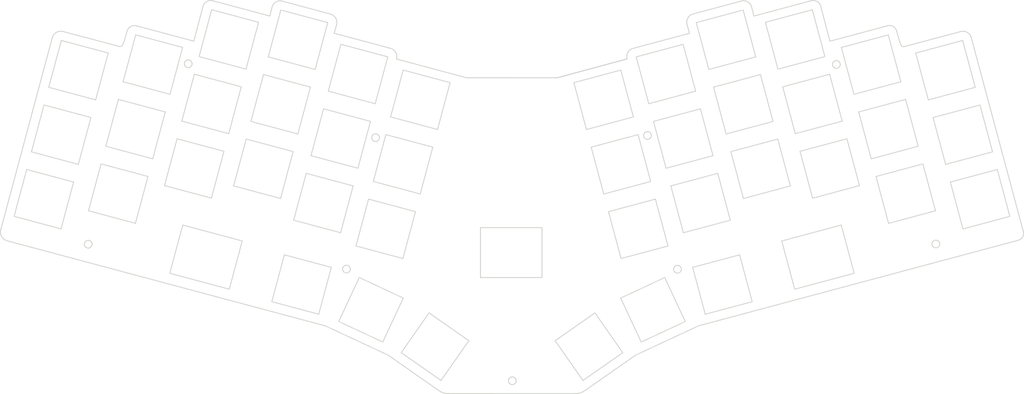
<source format=kicad_pcb>
(kicad_pcb (version 20171130) (host pcbnew "(5.1.10)-1")

  (general
    (thickness 1.6)
    (drawings 296)
    (tracks 0)
    (zones 0)
    (modules 0)
    (nets 1)
  )

  (page A4)
  (layers
    (0 F.Cu signal)
    (31 B.Cu signal)
    (32 B.Adhes user)
    (33 F.Adhes user)
    (34 B.Paste user)
    (35 F.Paste user)
    (36 B.SilkS user)
    (37 F.SilkS user)
    (38 B.Mask user)
    (39 F.Mask user)
    (40 Dwgs.User user)
    (41 Cmts.User user)
    (42 Eco1.User user)
    (43 Eco2.User user)
    (44 Edge.Cuts user)
    (45 Margin user)
    (46 B.CrtYd user)
    (47 F.CrtYd user)
    (48 B.Fab user)
    (49 F.Fab user)
  )

  (setup
    (last_trace_width 0.254)
    (trace_clearance 0.2)
    (zone_clearance 0.508)
    (zone_45_only no)
    (trace_min 0.2)
    (via_size 0.8)
    (via_drill 0.4)
    (via_min_size 0.4)
    (via_min_drill 0.3)
    (uvia_size 0.3)
    (uvia_drill 0.1)
    (uvias_allowed no)
    (uvia_min_size 0.2)
    (uvia_min_drill 0.1)
    (edge_width 0.05)
    (segment_width 0.2)
    (pcb_text_width 0.3)
    (pcb_text_size 1.5 1.5)
    (mod_edge_width 0.12)
    (mod_text_size 1 1)
    (mod_text_width 0.15)
    (pad_size 1.524 1.524)
    (pad_drill 0.762)
    (pad_to_mask_clearance 0)
    (aux_axis_origin 0 0)
    (visible_elements 7FFFFFFF)
    (pcbplotparams
      (layerselection 0x010fc_ffffffff)
      (usegerberextensions false)
      (usegerberattributes true)
      (usegerberadvancedattributes true)
      (creategerberjobfile true)
      (excludeedgelayer true)
      (linewidth 0.100000)
      (plotframeref false)
      (viasonmask false)
      (mode 1)
      (useauxorigin false)
      (hpglpennumber 1)
      (hpglpenspeed 20)
      (hpglpendiameter 15.000000)
      (psnegative false)
      (psa4output false)
      (plotreference true)
      (plotvalue true)
      (plotinvisibletext false)
      (padsonsilk false)
      (subtractmaskfromsilk false)
      (outputformat 1)
      (mirror false)
      (drillshape 0)
      (scaleselection 1)
      (outputdirectory "gerbers/"))
  )

  (net 0 "")

  (net_class Default "This is the default net class."
    (clearance 0.2)
    (trace_width 0.254)
    (via_dia 0.8)
    (via_drill 0.4)
    (uvia_dia 0.3)
    (uvia_drill 0.1)
  )

  (net_class Power ""
    (clearance 0.2)
    (trace_width 0.381)
    (via_dia 0.8)
    (via_drill 0.4)
    (uvia_dia 0.3)
    (uvia_drill 0.1)
  )

  (gr_line (start 236.898894 51.581633) (end 239.526245 61.54254) (layer Edge.Cuts) (width 0.25))
  (gr_line (start 200.666247 53.786851) (end 214.381431 50.111925) (layer Edge.Cuts) (width 0.25))
  (gr_line (start 181.898723 66.57936) (end 181.898723 66.579358) (layer Edge.Cuts) (width 0.25))
  (gr_line (start 162.053703 71.94892) (end 181.898723 66.57936) (layer Edge.Cuts) (width 0.25))
  (gr_curve (pts (xy 268.613328 118.81841) (xy 268.443183 119.22918) (xy 268.537232 119.701996) (xy 268.85162 120.016385)) (layer Edge.Cuts) (width 0.25))
  (gr_curve (pts (xy 240.343388 67.748434) (xy 240.173242 68.159203) (xy 240.267291 68.632019) (xy 240.58168 68.946408)) (layer Edge.Cuts) (width 0.25))
  (gr_curve (pts (xy 234.216334 50.025857) (xy 234.778417 49.875249) (xy 235.377337 49.954695) (xy 235.880716 50.246634)) (layer Edge.Cuts) (width 0.25))
  (gr_curve (pts (xy 181.898723 66.579358) (xy 181.723049 65.957124) (xy 181.804029 65.290445) (xy 182.123559 64.728363)) (layer Edge.Cuts) (width 0.25))
  (gr_line (start 136.254923 71.94384) (end 162.053703 71.94892) (layer Edge.Cuts) (width 0.25))
  (gr_curve (pts (xy 169.906478 160.938979) (xy 169.111872 161.495359) (xy 168.165314 161.793768) (xy 167.195285 161.793702)) (layer Edge.Cuts) (width 0.25))
  (gr_line (start 279.675868 60.513469) (end 294.481096 115.723642) (layer Edge.Cuts) (width 0.25))
  (gr_curve (pts (xy 276.708614 58.797753) (xy 278.001619 58.453367) (xy 279.329291 59.22105) (xy 279.675868 60.513469)) (layer Edge.Cuts) (width 0.25))
  (gr_curve (pts (xy 216.169283 50.350296) (xy 216.709706 50.664683) (xy 217.102375 51.181679) (xy 217.260219 51.786643)) (layer Edge.Cuts) (width 0.25))
  (gr_curve (pts (xy 268.85162 120.016385) (xy 269.166009 120.330774) (xy 269.638826 120.424823) (xy 270.049596 120.254677)) (layer Edge.Cuts) (width 0.25))
  (gr_curve (pts (xy 182.123559 64.728363) (xy 182.443089 64.166281) (xy 182.97452 63.755672) (xy 183.599047 63.588332)) (layer Edge.Cuts) (width 0.25))
  (gr_curve (pts (xy 150.378419 158.139183) (xy 150.378419 157.847638) (xy 150.262604 157.568035) (xy 150.05645 157.361881)) (layer Edge.Cuts) (width 0.25))
  (gr_curve (pts (xy 269.628923 118.139812) (xy 269.184309 118.139812) (xy 268.783475 118.407641) (xy 268.613328 118.81841)) (layer Edge.Cuts) (width 0.25))
  (gr_line (start 184.291403 150.866724) (end 169.906478 160.938979) (layer Edge.Cuts) (width 0.25))
  (gr_curve (pts (xy 293.072259 118.164498) (xy 253.106424 128.874957) (xy 252.327068 129.083107) (xy 202.208565 142.510124)) (layer Edge.Cuts) (width 0.25))
  (gr_curve (pts (xy 148.501847 158.916485) (xy 148.816236 159.230874) (xy 149.289052 159.324923) (xy 149.699821 159.154777)) (layer Edge.Cuts) (width 0.25))
  (gr_curve (pts (xy 294.481096 115.723642) (xy 294.766185 116.786768) (xy 294.135427 117.879579) (xy 293.072259 118.164498)) (layer Edge.Cuts) (width 0.25))
  (gr_line (start 260.63364 63.07924) (end 276.708614 58.797753) (layer Edge.Cuts) (width 0.25))
  (gr_curve (pts (xy 149.699821 159.154777) (xy 150.110591 158.984631) (xy 150.378419 158.583797) (xy 150.378419 158.139183)) (layer Edge.Cuts) (width 0.25))
  (gr_line (start 239.526245 61.54254) (end 255.970439 57.136384) (layer Edge.Cuts) (width 0.25))
  (gr_curve (pts (xy 148.263555 157.71851) (xy 148.093408 158.12928) (xy 148.187457 158.602096) (xy 148.501847 158.916485)) (layer Edge.Cuts) (width 0.25))
  (gr_line (start 202.208565 142.510124) (end 184.291403 150.866724) (layer Edge.Cuts) (width 0.25))
  (gr_curve (pts (xy 258.455234 58.566542) (xy 259.733869 63.260344) (xy 259.822161 63.235072) (xy 260.63364 63.07924)) (layer Edge.Cuts) (width 0.25))
  (gr_line (start 217.260219 51.786643) (end 217.938785 54.387359) (layer Edge.Cuts) (width 0.25))
  (gr_curve (pts (xy 255.970439 57.136384) (xy 257.050467 56.846995) (xy 258.161356 57.487729) (xy 258.455234 58.566542)) (layer Edge.Cuts) (width 0.25))
  (gr_line (start 217.938785 54.387359) (end 234.216334 50.025857) (layer Edge.Cuts) (width 0.25))
  (gr_curve (pts (xy 242.136284 67.391805) (xy 241.930131 67.185651) (xy 241.650527 67.069836) (xy 241.358982 67.069836)) (layer Edge.Cuts) (width 0.25))
  (gr_curve (pts (xy 235.880716 50.246634) (xy 236.384095 50.538574) (xy 236.750482 51.018967) (xy 236.898894 51.581633)) (layer Edge.Cuts) (width 0.25))
  (gr_line (start 269.628923 118.139812) (end 269.628923 118.139812) (layer Edge.Cuts) (width 0.25))
  (gr_curve (pts (xy 150.05645 157.361881) (xy 149.850297 157.155728) (xy 149.570693 157.039912) (xy 149.279148 157.039912)) (layer Edge.Cuts) (width 0.25))
  (gr_curve (pts (xy 214.381431 50.111925) (xy 214.985345 49.950109) (xy 215.628861 50.035908) (xy 216.169283 50.350296)) (layer Edge.Cuts) (width 0.25))
  (gr_curve (pts (xy 270.049596 120.254677) (xy 270.460364 120.084531) (xy 270.728193 119.683697) (xy 270.728193 119.239083)) (layer Edge.Cuts) (width 0.25))
  (gr_line (start 199.633003 59.292099) (end 198.938097 56.824473) (layer Edge.Cuts) (width 0.25))
  (gr_line (start 183.599047 63.588332) (end 199.633003 59.292099) (layer Edge.Cuts) (width 0.25))
  (gr_curve (pts (xy 198.938097 56.824473) (xy 198.760091 56.192373) (xy 198.842675 55.515311) (xy 199.167401 54.944531)) (layer Edge.Cuts) (width 0.25))
  (gr_curve (pts (xy 270.728193 119.239083) (xy 270.728193 118.947538) (xy 270.612378 118.667935) (xy 270.406225 118.461781)) (layer Edge.Cuts) (width 0.25))
  (gr_curve (pts (xy 242.458253 68.169107) (xy 242.458253 67.877562) (xy 242.342437 67.597958) (xy 242.136284 67.391805)) (layer Edge.Cuts) (width 0.25))
  (gr_curve (pts (xy 241.358982 67.069836) (xy 240.914369 67.069836) (xy 240.513534 67.337664) (xy 240.343388 67.748434)) (layer Edge.Cuts) (width 0.25))
  (gr_line (start 241.358982 67.069836) (end 241.358982 67.069836) (layer Edge.Cuts) (width 0.25))
  (gr_line (start 196.209212 125.329788) (end 196.209212 125.329788) (layer Edge.Cuts) (width 0.25))
  (gr_curve (pts (xy 199.167401 54.944531) (xy 199.492126 54.373752) (xy 200.031936 53.956812) (xy 200.666247 53.786851)) (layer Edge.Cuts) (width 0.25))
  (gr_curve (pts (xy 149.279148 157.039912) (xy 148.834535 157.039912) (xy 148.433701 157.307741) (xy 148.263555 157.71851)) (layer Edge.Cuts) (width 0.25))
  (gr_curve (pts (xy 240.58168 68.946408) (xy 240.896069 69.260798) (xy 241.368885 69.354847) (xy 241.779655 69.1847)) (layer Edge.Cuts) (width 0.25))
  (gr_line (start 187.689039 87.269922) (end 187.689039 87.269922) (layer Edge.Cuts) (width 0.25))
  (gr_curve (pts (xy 241.779655 69.1847) (xy 242.190424 69.014554) (xy 242.458253 68.61372) (xy 242.458253 68.169107)) (layer Edge.Cuts) (width 0.25))
  (gr_curve (pts (xy 270.406225 118.461781) (xy 270.200072 118.255628) (xy 269.920467 118.139812) (xy 269.628923 118.139812)) (layer Edge.Cuts) (width 0.25))
  (gr_line (start 149.279148 157.039912) (end 149.279148 157.039912) (layer Edge.Cuts) (width 0.25))
  (gr_line (start 28.789171 118.199756) (end 28.789171 118.199756) (layer Edge.Cuts) (width 0.25))
  (gr_curve (pts (xy 197.308483 126.429059) (xy 197.308483 125.821948) (xy 196.816323 125.329788) (xy 196.209212 125.329788)) (layer Edge.Cuts) (width 0.25))
  (gr_curve (pts (xy 110.849757 89.994641) (xy 111.260526 89.824495) (xy 111.528355 89.423661) (xy 111.528355 88.979047)) (layer Edge.Cuts) (width 0.25))
  (gr_curve (pts (xy 196.629885 127.444652) (xy 197.040654 127.274506) (xy 197.308483 126.873672) (xy 197.308483 126.429059)) (layer Edge.Cuts) (width 0.25))
  (gr_curve (pts (xy 195.43191 127.20636) (xy 195.746299 127.52075) (xy 196.219115 127.614799) (xy 196.629885 127.444652)) (layer Edge.Cuts) (width 0.25))
  (gr_curve (pts (xy 195.193618 126.008386) (xy 195.023472 126.419155) (xy 195.117521 126.891971) (xy 195.43191 127.20636)) (layer Edge.Cuts) (width 0.25))
  (gr_line (start 131.607862 73.332393) (end 118.277943 69.761153) (layer Edge.Cuts) (width 0.25))
  (gr_line (start 180.106623 69.763693) (end 183.677863 83.093613) (layer Edge.Cuts) (width 0.25))
  (gr_line (start 60.297363 65.923213) (end 73.627283 69.496993) (layer Edge.Cuts) (width 0.25))
  (gr_curve (pts (xy 196.209212 125.329788) (xy 195.764599 125.329788) (xy 195.363764 125.597616) (xy 195.193618 126.008386)) (layer Edge.Cuts) (width 0.25))
  (gr_curve (pts (xy 109.651782 89.756349) (xy 109.966171 90.070738) (xy 110.438987 90.164787) (xy 110.849757 89.994641)) (layer Edge.Cuts) (width 0.25))
  (gr_line (start 170.347943 86.664853) (end 166.776703 73.334933) (layer Edge.Cuts) (width 0.25))
  (gr_line (start 102.169004 125.279752) (end 102.169004 125.279752) (layer Edge.Cuts) (width 0.25))
  (gr_curve (pts (xy 188.788309 88.369193) (xy 188.788309 87.762083) (xy 188.296149 87.269922) (xy 187.689039 87.269922)) (layer Edge.Cuts) (width 0.25))
  (gr_line (start 38.707363 73.080933) (end 42.281143 59.751013) (layer Edge.Cuts) (width 0.25))
  (gr_curve (pts (xy 109.41349 88.558374) (xy 109.243344 88.969144) (xy 109.337393 89.44196) (xy 109.651782 89.756349)) (layer Edge.Cuts) (width 0.25))
  (gr_line (start 77.198523 56.167073) (end 73.627283 69.496993) (layer Edge.Cuts) (width 0.25))
  (gr_line (start 79.944263 66.012113) (end 93.271643 69.583353) (layer Edge.Cuts) (width 0.25))
  (gr_curve (pts (xy 111.528355 88.979047) (xy 111.528355 88.687502) (xy 111.412539 88.407899) (xy 111.206386 88.201745)) (layer Edge.Cuts) (width 0.25))
  (gr_line (start 60.297363 65.923213) (end 63.868603 52.593293) (layer Edge.Cuts) (width 0.25))
  (gr_curve (pts (xy 57.986279 67.171788) (xy 57.780126 66.965636) (xy 57.500522 66.84982) (xy 57.208977 66.84982)) (layer Edge.Cuts) (width 0.25))
  (gr_curve (pts (xy 188.109711 89.384787) (xy 188.520481 89.214641) (xy 188.788309 88.813807) (xy 188.788309 88.369193)) (layer Edge.Cuts) (width 0.25))
  (gr_curve (pts (xy 186.911737 89.146495) (xy 187.226126 89.460884) (xy 187.698942 89.554933) (xy 188.109711 89.384787)) (layer Edge.Cuts) (width 0.25))
  (gr_curve (pts (xy 57.208977 66.84982) (xy 56.764363 66.84982) (xy 56.363529 67.117648) (xy 56.193383 67.528418)) (layer Edge.Cuts) (width 0.25))
  (gr_line (start 170.347943 86.664853) (end 183.677863 83.093613) (layer Edge.Cuts) (width 0.25))
  (gr_curve (pts (xy 186.673445 87.94852) (xy 186.503299 88.35929) (xy 186.597347 88.832106) (xy 186.911737 89.146495)) (layer Edge.Cuts) (width 0.25))
  (gr_curve (pts (xy 187.689039 87.269922) (xy 187.244425 87.269922) (xy 186.843591 87.537751) (xy 186.673445 87.94852)) (layer Edge.Cuts) (width 0.25))
  (gr_curve (pts (xy 110.429084 87.879776) (xy 109.98447 87.879776) (xy 109.583636 88.147605) (xy 109.41349 88.558374)) (layer Edge.Cuts) (width 0.25))
  (gr_line (start 114.706703 83.091073) (end 118.277943 69.761153) (layer Edge.Cuts) (width 0.25))
  (gr_curve (pts (xy 29.888442 119.299027) (xy 29.888442 119.007482) (xy 29.772626 118.727879) (xy 29.566473 118.521725)) (layer Edge.Cuts) (width 0.25))
  (gr_curve (pts (xy 101.15341 125.95835) (xy 100.983264 126.36912) (xy 101.077313 126.841936) (xy 101.391702 127.156325)) (layer Edge.Cuts) (width 0.25))
  (gr_curve (pts (xy 102.946306 125.601721) (xy 102.740153 125.395568) (xy 102.460549 125.279752) (xy 102.169004 125.279752)) (layer Edge.Cuts) (width 0.25))
  (gr_curve (pts (xy 29.566473 118.521725) (xy 29.36032 118.315572) (xy 29.080716 118.199756) (xy 28.789171 118.199756)) (layer Edge.Cuts) (width 0.25))
  (gr_curve (pts (xy 56.193383 67.528418) (xy 56.023237 67.939188) (xy 56.117286 68.412004) (xy 56.431675 68.726393)) (layer Edge.Cuts) (width 0.25))
  (gr_curve (pts (xy 28.789171 118.199756) (xy 28.18206 118.199756) (xy 27.6899 118.691917) (xy 27.6899 119.299027)) (layer Edge.Cuts) (width 0.25))
  (gr_line (start 55.611063 63.322253) (end 42.281143 59.751013) (layer Edge.Cuts) (width 0.25))
  (gr_line (start 131.607862 73.332393) (end 128.036623 86.662313) (layer Edge.Cuts) (width 0.25))
  (gr_line (start 77.198523 56.167073) (end 63.868603 52.593293) (layer Edge.Cuts) (width 0.25))
  (gr_line (start 214.871603 52.684733) (end 218.442843 66.014653) (layer Edge.Cuts) (width 0.25))
  (gr_curve (pts (xy 101.391702 127.156325) (xy 101.706091 127.470714) (xy 102.178907 127.564763) (xy 102.589677 127.394617)) (layer Edge.Cuts) (width 0.25))
  (gr_line (start 96.845423 56.253433) (end 93.271643 69.583353) (layer Edge.Cuts) (width 0.25))
  (gr_line (start 114.706703 83.091073) (end 128.036623 86.662313) (layer Edge.Cuts) (width 0.25))
  (gr_line (start 205.112923 69.585893) (end 218.442843 66.014653) (layer Edge.Cuts) (width 0.25))
  (gr_line (start 96.845423 56.253433) (end 83.515503 52.682193) (layer Edge.Cuts) (width 0.25))
  (gr_curve (pts (xy 57.62965 68.964685) (xy 58.040419 68.794539) (xy 58.308248 68.393705) (xy 58.308248 67.949091)) (layer Edge.Cuts) (width 0.25))
  (gr_curve (pts (xy 103.268275 126.379023) (xy 103.268275 126.087478) (xy 103.152459 125.807875) (xy 102.946306 125.601721)) (layer Edge.Cuts) (width 0.25))
  (gr_curve (pts (xy 102.589677 127.394617) (xy 103.000446 127.224471) (xy 103.268275 126.823637) (xy 103.268275 126.379023)) (layer Edge.Cuts) (width 0.25))
  (gr_line (start 180.106623 69.763693) (end 166.776703 73.334933) (layer Edge.Cuts) (width 0.25))
  (gr_curve (pts (xy 56.431675 68.726393) (xy 56.746064 69.040782) (xy 57.21888 69.134831) (xy 57.62965 68.964685)) (layer Edge.Cuts) (width 0.25))
  (gr_line (start 38.707363 73.080933) (end 52.037283 76.652173) (layer Edge.Cuts) (width 0.25))
  (gr_line (start 234.518503 52.595833) (end 221.188583 56.167073) (layer Edge.Cuts) (width 0.25))
  (gr_line (start 205.112923 69.585893) (end 201.541683 56.255973) (layer Edge.Cuts) (width 0.25))
  (gr_curve (pts (xy 102.169004 125.279752) (xy 101.72439 125.279752) (xy 101.323556 125.547581) (xy 101.15341 125.95835)) (layer Edge.Cuts) (width 0.25))
  (gr_line (start 57.208977 66.84982) (end 57.208977 66.84982) (layer Edge.Cuts) (width 0.25))
  (gr_line (start 162.059923 71.953173) (end 181.904943 66.583613) (layer Edge.Cuts) (width 0.25))
  (gr_line (start 55.611063 63.322253) (end 52.037283 76.652173) (layer Edge.Cuts) (width 0.25))
  (gr_curve (pts (xy 28.789171 120.398298) (xy 29.396282 120.398298) (xy 29.888442 119.906138) (xy 29.888442 119.299027)) (layer Edge.Cuts) (width 0.25))
  (gr_curve (pts (xy 27.6899 119.299027) (xy 27.6899 119.906138) (xy 28.18206 120.398298) (xy 28.789171 120.398298)) (layer Edge.Cuts) (width 0.25))
  (gr_line (start 110.429084 87.879776) (end 110.429084 87.879776) (layer Edge.Cuts) (width 0.25))
  (gr_curve (pts (xy 58.308248 67.949091) (xy 58.308248 67.657546) (xy 58.192432 67.377943) (xy 57.986279 67.171788)) (layer Edge.Cuts) (width 0.25))
  (gr_curve (pts (xy 111.206386 88.201745) (xy 111.000233 87.995592) (xy 110.720629 87.879776) (xy 110.429084 87.879776)) (layer Edge.Cuts) (width 0.25))
  (gr_line (start 79.944263 66.012113) (end 83.515503 52.682193) (layer Edge.Cuts) (width 0.25))
  (gr_line (start 214.871603 52.684733) (end 201.541683 56.255973) (layer Edge.Cuts) (width 0.25))
  (gr_line (start 224.759823 69.496993) (end 238.089743 65.925753) (layer Edge.Cuts) (width 0.25))
  (gr_line (start 180.185363 123.370393) (end 193.512743 119.799153) (layer Edge.Cuts) (width 0.25))
  (gr_line (start 197.889163 116.037413) (end 211.219083 112.466173) (layer Edge.Cuts) (width 0.25))
  (gr_line (start 50.693623 81.676293) (end 37.363703 78.102513) (layer Edge.Cuts) (width 0.25))
  (gr_line (start 251.264723 95.006213) (end 247.693483 81.676293) (layer Edge.Cuts) (width 0.25))
  (gr_line (start 50.462483 102.628753) (end 54.033723 89.298833) (layer Edge.Cuts) (width 0.25))
  (gr_line (start 121.772983 110.037933) (end 108.443063 106.466693) (layer Edge.Cuts) (width 0.25))
  (gr_line (start 180.185363 123.370393) (end 176.611583 110.040473) (layer Edge.Cuts) (width 0.25))
  (gr_line (start 87.010543 92.958973) (end 83.436763 106.288893) (layer Edge.Cuts) (width 0.25))
  (gr_line (start 224.759823 69.496993) (end 221.188583 56.167073) (layer Edge.Cuts) (width 0.25))
  (gr_line (start 239.435943 70.949873) (end 243.007183 84.279793) (layer Edge.Cuts) (width 0.25))
  (gr_line (start 87.010543 92.958973) (end 73.680623 89.387733) (layer Edge.Cuts) (width 0.25))
  (gr_line (start 234.518503 52.595833) (end 238.089743 65.925753) (layer Edge.Cuts) (width 0.25))
  (gr_line (start 202.730403 80.784753) (end 206.301643 94.114673) (layer Edge.Cuts) (width 0.25))
  (gr_line (start 256.105963 59.753553) (end 242.776043 63.324793) (layer Edge.Cuts) (width 0.25))
  (gr_line (start 219.789043 71.036233) (end 206.459123 74.610013) (layer Edge.Cuts) (width 0.25))
  (gr_line (start 246.347283 76.654713) (end 259.677202 73.083473) (layer Edge.Cuts) (width 0.25))
  (gr_line (start 256.105963 59.753553) (end 259.677202 73.083473) (layer Edge.Cuts) (width 0.25))
  (gr_line (start 72.281083 74.518573) (end 58.951163 70.947333) (layer Edge.Cuts) (width 0.25))
  (gr_line (start 91.927983 74.607473) (end 88.354203 87.937393) (layer Edge.Cuts) (width 0.25))
  (gr_line (start 246.347283 76.654713) (end 242.776043 63.324793) (layer Edge.Cuts) (width 0.25))
  (gr_line (start 33.789923 91.432433) (end 47.119843 95.003673) (layer Edge.Cuts) (width 0.25))
  (gr_line (start 67.363643 92.870073) (end 63.789863 106.199993) (layer Edge.Cuts) (width 0.25))
  (gr_line (start 33.789923 91.432433) (end 37.363703 78.102513) (layer Edge.Cuts) (width 0.25))
  (gr_line (start 55.379923 84.277253) (end 68.709843 87.848493) (layer Edge.Cuts) (width 0.25))
  (gr_line (start 185.024063 88.117733) (end 188.595303 101.447653) (layer Edge.Cuts) (width 0.25))
  (gr_line (start 126.690423 91.686433) (end 123.119183 105.016353) (layer Edge.Cuts) (width 0.25))
  (gr_line (start 185.024063 88.117733) (end 171.694143 91.688973) (layer Edge.Cuts) (width 0.25))
  (gr_line (start 75.024283 84.363613) (end 88.354203 87.937393) (layer Edge.Cuts) (width 0.25))
  (gr_line (start 50.693623 81.676293) (end 47.119843 95.003673) (layer Edge.Cuts) (width 0.25))
  (gr_line (start 55.379923 84.277253) (end 58.951163 70.947333) (layer Edge.Cuts) (width 0.25))
  (gr_line (start 229.677263 87.851033) (end 243.007183 84.279793) (layer Edge.Cuts) (width 0.25))
  (gr_line (start 121.772983 110.037933) (end 118.201743 123.367853) (layer Edge.Cuts) (width 0.25))
  (gr_line (start 91.927983 74.607473) (end 78.598063 71.033693) (layer Edge.Cuts) (width 0.25))
  (gr_line (start 28.872483 109.786473) (end 42.202403 113.357713) (layer Edge.Cuts) (width 0.25))
  (gr_line (start 50.462483 102.628753) (end 63.789863 106.199993) (layer Edge.Cuts) (width 0.25))
  (gr_line (start 192.971723 97.685913) (end 206.301643 94.114673) (layer Edge.Cuts) (width 0.25))
  (gr_line (start 210.030363 87.937393) (end 223.360283 84.366153) (layer Edge.Cuts) (width 0.25))
  (gr_line (start 229.677263 87.851033) (end 226.106023 74.521113) (layer Edge.Cuts) (width 0.25))
  (gr_line (start 126.690423 91.686433) (end 113.360503 88.115193) (layer Edge.Cuts) (width 0.25))
  (gr_line (start 175.265383 105.018893) (end 188.595303 101.447653) (layer Edge.Cuts) (width 0.25))
  (gr_line (start 202.730403 80.784753) (end 189.400483 84.355993) (layer Edge.Cuts) (width 0.25))
  (gr_line (start 192.971723 97.685913) (end 189.400483 84.355993) (layer Edge.Cuts) (width 0.25))
  (gr_line (start 219.789043 71.036233) (end 223.360283 84.366153) (layer Edge.Cuts) (width 0.25))
  (gr_line (start 261.023402 78.105053) (end 247.693483 81.676293) (layer Edge.Cuts) (width 0.25))
  (gr_line (start 207.647843 99.136253) (end 194.317923 102.707493) (layer Edge.Cuts) (width 0.25))
  (gr_line (start 70.106842 102.717653) (end 73.680623 89.387733) (layer Edge.Cuts) (width 0.25))
  (gr_line (start 104.871823 119.796613) (end 118.201743 123.367853) (layer Edge.Cuts) (width 0.25))
  (gr_line (start 75.024283 84.363613) (end 78.598063 71.033693) (layer Edge.Cuts) (width 0.25))
  (gr_line (start 72.281083 74.518573) (end 68.709843 87.848493) (layer Edge.Cuts) (width 0.25))
  (gr_line (start 109.789263 101.445113) (end 123.119183 105.016353) (layer Edge.Cuts) (width 0.25))
  (gr_line (start 175.265383 105.018893) (end 171.694143 91.688973) (layer Edge.Cuts) (width 0.25))
  (gr_line (start 45.776183 100.027793) (end 32.446263 96.456553) (layer Edge.Cuts) (width 0.25))
  (gr_line (start 67.363643 92.870073) (end 54.033723 89.298833) (layer Edge.Cuts) (width 0.25))
  (gr_line (start 109.789263 101.445113) (end 113.360503 88.115193) (layer Edge.Cuts) (width 0.25))
  (gr_line (start 251.264723 95.006213) (end 264.594642 91.434973) (layer Edge.Cuts) (width 0.25))
  (gr_line (start 189.941503 106.469233) (end 176.611583 110.040473) (layer Edge.Cuts) (width 0.25))
  (gr_line (start 239.435943 70.949873) (end 226.106023 74.521113) (layer Edge.Cuts) (width 0.25))
  (gr_line (start 28.872483 109.786473) (end 32.446263 96.456553) (layer Edge.Cuts) (width 0.25))
  (gr_line (start 70.106842 102.717653) (end 83.436763 106.288893) (layer Edge.Cuts) (width 0.25))
  (gr_line (start 261.023402 78.105053) (end 264.594642 91.434973) (layer Edge.Cuts) (width 0.25))
  (gr_line (start 45.776183 100.027793) (end 42.202403 113.357713) (layer Edge.Cuts) (width 0.25))
  (gr_line (start 104.871823 119.796613) (end 108.443063 106.466693) (layer Edge.Cuts) (width 0.25))
  (gr_line (start 210.030363 87.937393) (end 206.459123 74.610013) (layer Edge.Cuts) (width 0.25))
  (gr_line (start 189.941503 106.469233) (end 193.512743 119.799153) (layer Edge.Cuts) (width 0.25))
  (gr_line (start 214.947803 106.291433) (end 228.277723 102.720193) (layer Edge.Cuts) (width 0.25))
  (gr_line (start 244.353383 89.301373) (end 231.023463 92.872613) (layer Edge.Cuts) (width 0.25))
  (gr_line (start 80.955183 135.646213) (end 84.526423 122.316293) (layer Edge.Cuts) (width 0.25))
  (gr_line (start 87.165483 112.463633) (end 90.739263 99.133713) (layer Edge.Cuts) (width 0.25))
  (gr_line (start 188.054283 79.331873) (end 184.483043 66.004493) (layer Edge.Cuts) (width 0.25))
  (gr_line (start 92.082923 94.112133) (end 105.412843 97.683373) (layer Edge.Cuts) (width 0.25))
  (gr_line (start 17.577103 74.665893) (end 30.907023 78.237133) (layer Edge.Cuts) (width 0.25))
  (gr_line (start 104.069183 102.707493) (end 90.739263 99.133713) (layer Edge.Cuts) (width 0.25))
  (gr_line (start 192.583103 128.783133) (end 198.417483 141.290093) (layer Edge.Cuts) (width 0.25))
  (gr_line (start 256.182163 113.360253) (end 269.512083 109.789013) (layer Edge.Cuts) (width 0.25))
  (gr_line (start 256.182163 113.360253) (end 252.610923 100.030333) (layer Edge.Cuts) (width 0.25))
  (gr_line (start 108.986623 84.353453) (end 95.656703 80.782213) (layer Edge.Cuts) (width 0.25))
  (gr_line (start 265.940842 96.459093) (end 269.512083 109.789013) (layer Edge.Cuts) (width 0.25))
  (gr_line (start 136.934242 146.756173) (end 125.631243 138.838993) (layer Edge.Cuts) (width 0.25))
  (gr_line (start 192.583103 128.783133) (end 180.076143 134.614973) (layer Edge.Cuts) (width 0.25))
  (gr_line (start 204.102003 139.219993) (end 217.431923 135.648753) (layer Edge.Cuts) (width 0.25))
  (gr_line (start 213.860683 122.318833) (end 217.431923 135.648753) (layer Edge.Cuts) (width 0.25))
  (gr_line (start 17.577103 74.665893) (end 21.150883 61.335973) (layer Edge.Cuts) (width 0.25))
  (gr_line (start 267.477542 78.239673) (end 280.807463 74.668433) (layer Edge.Cuts) (width 0.25))
  (gr_line (start 213.860683 122.318833) (end 200.530763 125.890073) (layer Edge.Cuts) (width 0.25))
  (gr_line (start 104.069183 102.707493) (end 100.495403 116.034873) (layer Edge.Cuts) (width 0.25))
  (gr_line (start 224.706483 89.390273) (end 211.376563 92.961513) (layer Edge.Cuts) (width 0.25))
  (gr_line (start 214.947803 106.291433) (end 211.376563 92.961513) (layer Edge.Cuts) (width 0.25))
  (gr_line (start 234.594703 106.202533) (end 247.924623 102.631293) (layer Edge.Cuts) (width 0.25))
  (gr_line (start 118.308423 134.612433) (end 112.476583 147.119393) (layer Edge.Cuts) (width 0.25))
  (gr_line (start 244.353383 89.301373) (end 247.924623 102.631293) (layer Edge.Cuts) (width 0.25))
  (gr_line (start 169.364963 158.061713) (end 180.670503 150.147073) (layer Edge.Cuts) (width 0.25))
  (gr_line (start 277.236223 61.338513) (end 263.906303 64.909753) (layer Edge.Cuts) (width 0.25))
  (gr_line (start 118.308423 134.612433) (end 105.801463 128.780593) (layer Edge.Cuts) (width 0.25))
  (gr_line (start 172.755863 138.841533) (end 161.450323 146.758713) (layer Edge.Cuts) (width 0.25))
  (gr_line (start 87.165483 112.463633) (end 100.495403 116.034873) (layer Edge.Cuts) (width 0.25))
  (gr_line (start 234.594703 106.202533) (end 231.023463 92.872613) (layer Edge.Cuts) (width 0.25))
  (gr_line (start 136.934242 146.756173) (end 129.019603 158.059173) (layer Edge.Cuts) (width 0.25))
  (gr_line (start 97.856343 125.887533) (end 84.526423 122.316293) (layer Edge.Cuts) (width 0.25))
  (gr_line (start 169.364963 158.061713) (end 161.450323 146.758713) (layer Edge.Cuts) (width 0.25))
  (gr_line (start 185.910523 147.121933) (end 180.076143 134.614973) (layer Edge.Cuts) (width 0.25))
  (gr_line (start 99.969623 141.287553) (end 112.476583 147.119393) (layer Edge.Cuts) (width 0.25))
  (gr_line (start 267.477542 78.239673) (end 263.906303 64.909753) (layer Edge.Cuts) (width 0.25))
  (gr_line (start 97.000363 75.758093) (end 110.330283 79.331873) (layer Edge.Cuts) (width 0.25))
  (gr_line (start 117.716603 150.144533) (end 129.019603 158.059173) (layer Edge.Cuts) (width 0.25))
  (gr_line (start 188.054283 79.331873) (end 201.384203 75.760633) (layer Edge.Cuts) (width 0.25))
  (gr_line (start 197.812963 62.430713) (end 201.384203 75.760633) (layer Edge.Cuts) (width 0.25))
  (gr_line (start 108.986623 84.353453) (end 105.412843 97.683373) (layer Edge.Cuts) (width 0.25))
  (gr_line (start 204.102003 139.219993) (end 200.530763 125.890073) (layer Edge.Cuts) (width 0.25))
  (gr_line (start 172.755863 138.841533) (end 180.670503 150.147073) (layer Edge.Cuts) (width 0.25))
  (gr_line (start 34.480803 64.907213) (end 21.150883 61.335973) (layer Edge.Cuts) (width 0.25))
  (gr_line (start 29.563363 83.261252) (end 25.989583 96.591173) (layer Edge.Cuts) (width 0.25))
  (gr_line (start 99.969623 141.287553) (end 105.801463 128.780593) (layer Edge.Cuts) (width 0.25))
  (gr_line (start 12.659663 93.017393) (end 16.233443 79.687473) (layer Edge.Cuts) (width 0.25))
  (gr_line (start 97.000363 75.758093) (end 100.574143 62.428173) (layer Edge.Cuts) (width 0.25))
  (gr_line (start 277.236223 61.338513) (end 280.807463 74.668433) (layer Edge.Cuts) (width 0.25))
  (gr_line (start 113.904063 66.001953) (end 100.574143 62.428173) (layer Edge.Cuts) (width 0.25))
  (gr_line (start 80.955183 135.646213) (end 94.285103 139.217453) (layer Edge.Cuts) (width 0.25))
  (gr_line (start 97.856343 125.887533) (end 94.285103 139.217453) (layer Edge.Cuts) (width 0.25))
  (gr_line (start 34.480803 64.907213) (end 30.907023 78.237133) (layer Edge.Cuts) (width 0.25))
  (gr_line (start 185.910523 147.121933) (end 198.417483 141.290093) (layer Edge.Cuts) (width 0.25))
  (gr_line (start 117.716603 150.144533) (end 125.631243 138.838993) (layer Edge.Cuts) (width 0.25))
  (gr_line (start 197.889163 116.037413) (end 194.317923 102.707493) (layer Edge.Cuts) (width 0.25))
  (gr_line (start 207.647843 99.136253) (end 211.219083 112.466173) (layer Edge.Cuts) (width 0.25))
  (gr_line (start 224.706483 89.390273) (end 228.277723 102.720193) (layer Edge.Cuts) (width 0.25))
  (gr_line (start 265.940842 96.459093) (end 252.610923 100.030333) (layer Edge.Cuts) (width 0.25))
  (gr_line (start 197.812963 62.430713) (end 184.483043 66.004493) (layer Edge.Cuts) (width 0.25))
  (gr_line (start 92.082923 94.112133) (end 95.656703 80.782213) (layer Edge.Cuts) (width 0.25))
  (gr_line (start 113.904063 66.001953) (end 110.330283 79.331873) (layer Edge.Cuts) (width 0.25))
  (gr_line (start 55.644083 113.847933) (end 51.968703 127.566473) (layer Edge.Cuts) (width 0.25))
  (gr_line (start 157.726683 128.778053) (end 157.726683 114.576913) (layer Edge.Cuts) (width 0.25))
  (gr_line (start 272.394983 96.591173) (end 285.724903 93.019933) (layer Edge.Cuts) (width 0.25))
  (gr_line (start 7.742223 111.371433) (end 11.316003 98.041513) (layer Edge.Cuts) (width 0.25))
  (gr_line (start 7.742223 111.371433) (end 21.072143 114.942673) (layer Edge.Cuts) (width 0.25))
  (gr_line (start 277.312423 114.945213) (end 273.741183 101.615293) (layer Edge.Cuts) (width 0.25))
  (gr_line (start 287.071103 98.044053) (end 273.741183 101.615293) (layer Edge.Cuts) (width 0.25))
  (gr_line (start 55.644083 113.847933) (end 72.547783 118.379293) (layer Edge.Cuts) (width 0.25))
  (gr_line (start 246.413323 127.563933) (end 229.509623 132.095293) (layer Edge.Cuts) (width 0.25))
  (gr_line (start 157.726683 128.778053) (end 140.228623 128.778053) (layer Edge.Cuts) (width 0.25))
  (gr_line (start 277.312423 114.945213) (end 290.642343 111.373973) (layer Edge.Cuts) (width 0.25))
  (gr_line (start 12.659663 93.017393) (end 25.989583 96.591173) (layer Edge.Cuts) (width 0.25))
  (gr_line (start 24.645923 101.612753) (end 11.316003 98.041513) (layer Edge.Cuts) (width 0.25))
  (gr_line (start 140.228623 114.576913) (end 140.228623 128.778053) (layer Edge.Cuts) (width 0.25))
  (gr_line (start 225.834243 118.379293) (end 229.509623 132.095293) (layer Edge.Cuts) (width 0.25))
  (gr_line (start 68.872403 132.095293) (end 51.968703 127.566473) (layer Edge.Cuts) (width 0.25))
  (gr_line (start 282.153663 79.690013) (end 285.724903 93.019933) (layer Edge.Cuts) (width 0.25))
  (gr_line (start 287.071103 98.044053) (end 290.642343 111.373973) (layer Edge.Cuts) (width 0.25))
  (gr_line (start 29.563363 83.261252) (end 16.233443 79.687473) (layer Edge.Cuts) (width 0.25))
  (gr_line (start 272.394983 96.591173) (end 268.823743 83.261252) (layer Edge.Cuts) (width 0.25))
  (gr_line (start 282.153663 79.690013) (end 268.823743 83.261252) (layer Edge.Cuts) (width 0.25))
  (gr_line (start 140.228623 114.576913) (end 157.726683 114.576913) (layer Edge.Cuts) (width 0.25))
  (gr_line (start 24.645923 101.612753) (end 21.072143 114.942673) (layer Edge.Cuts) (width 0.25))
  (gr_line (start 68.872403 132.095293) (end 72.547783 118.379293) (layer Edge.Cuts) (width 0.25))
  (gr_line (start 225.834243 118.379293) (end 242.737943 113.847933) (layer Edge.Cuts) (width 0.25))
  (gr_line (start 246.413323 127.563933) (end 242.737943 113.847933) (layer Edge.Cuts) (width 0.25))
  (gr_curve (pts (xy 61.401918 51.637607) (xy 61.554418 51.059443) (xy 61.930896 50.565818) (xy 62.44814 50.265838)) (layer Edge.Cuts) (width 0.25))
  (gr_line (start 21.651717 58.794957) (end 37.639417 63.04114) (layer Edge.Cuts) (width 0.25))
  (gr_curve (pts (xy 5.751823 118.319921) (xy 4.387135 117.953376) (xy 3.577396 116.549769) (xy 3.943218 115.184884)) (layer Edge.Cuts) (width 0.25))
  (gr_line (start 99.35111 56.885461) (end 98.6807 59.289559) (layer Edge.Cuts) (width 0.25))
  (gr_curve (pts (xy 62.44814 50.265838) (xy 62.965383 49.965857) (xy 63.5808 49.884223) (xy 64.158364 50.038979)) (layer Edge.Cuts) (width 0.25))
  (gr_curve (pts (xy 18.580681 60.572389) (xy 18.939252 59.234557) (xy 20.313075 58.439426) (xy 21.651717 58.794957)) (layer Edge.Cuts) (width 0.25))
  (gr_line (start 128.407293 160.936244) (end 114.02484 150.86408) (layer Edge.Cuts) (width 0.25))
  (gr_curve (pts (xy 96.10514 142.50748) (xy 29.644834 124.734071) (xy 27.274095 124.100643) (xy 5.751823 118.319921)) (layer Edge.Cuts) (width 0.25))
  (gr_curve (pts (xy 131.11842 161.791261) (xy 130.148387 161.791196) (xy 129.20186 161.492686) (xy 128.407293 160.936244)) (layer Edge.Cuts) (width 0.25))
  (gr_line (start 64.158364 50.038979) (end 80.37746 54.384819) (layer Edge.Cuts) (width 0.25))
  (gr_line (start 42.470848 57.167954) (end 58.79 61.54) (layer Edge.Cuts) (width 0.25))
  (gr_line (start 3.943218 115.184884) (end 18.580681 60.572389) (layer Edge.Cuts) (width 0.25))
  (gr_curve (pts (xy 116.167574 64.736032) (xy 116.491221 65.30984) (xy 116.570319 65.989758) (xy 116.38704 66.622539)) (layer Edge.Cuts) (width 0.25))
  (gr_curve (pts (xy 99.116149 54.989429) (xy 99.444433 55.564734) (xy 99.529034 56.247425) (xy 99.35111 56.885461)) (layer Edge.Cuts) (width 0.25))
  (gr_line (start 114.02484 150.86408) (end 96.10514 142.50748) (layer Edge.Cuts) (width 0.25))
  (gr_curve (pts (xy 114.666617 63.572329) (xy 115.302965 63.742812) (xy 115.843926 64.162223) (xy 116.167574 64.736032)) (layer Edge.Cuts) (width 0.25))
  (gr_curve (pts (xy 97.603344 53.822567) (xy 98.243159 53.99398) (xy 98.787865 54.414124) (xy 99.116149 54.989429)) (layer Edge.Cuts) (width 0.25))
  (gr_curve (pts (xy 81.048307 51.773995) (xy 81.199933 51.183893) (xy 81.581241 50.678929) (xy 82.107305 50.371572)) (layer Edge.Cuts) (width 0.25))
  (gr_line (start 98.6807 59.289559) (end 114.666617 63.572329) (layer Edge.Cuts) (width 0.25))
  (gr_line (start 83.849015 50.13766) (end 97.603344 53.822567) (layer Edge.Cuts) (width 0.25))
  (gr_line (start 116.38704 66.622539) (end 136.254923 71.94384) (layer Edge.Cuts) (width 0.25))
  (gr_line (start 167.195285 161.793702) (end 131.11842 161.791261) (layer Edge.Cuts) (width 0.25))
  (gr_curve (pts (xy 37.639417 63.04114) (xy 38.478235 63.2659) (xy 38.704671 62.831718) (xy 39.827605 58.692472)) (layer Edge.Cuts) (width 0.25))
  (gr_line (start 80.37746 54.384819) (end 81.048307 51.773995) (layer Edge.Cuts) (width 0.25))
  (gr_curve (pts (xy 82.107305 50.371572) (xy 82.633369 50.064215) (xy 83.260498 49.979992) (xy 83.849015 50.13766)) (layer Edge.Cuts) (width 0.25))
  (gr_curve (pts (xy 39.827605 58.692472) (xy 40.139456 57.542958) (xy 41.320355 56.859727) (xy 42.470848 57.167954)) (layer Edge.Cuts) (width 0.25))
  (gr_line (start 58.79 61.54) (end 61.401918 51.637607) (layer Edge.Cuts) (width 0.25))

)

</source>
